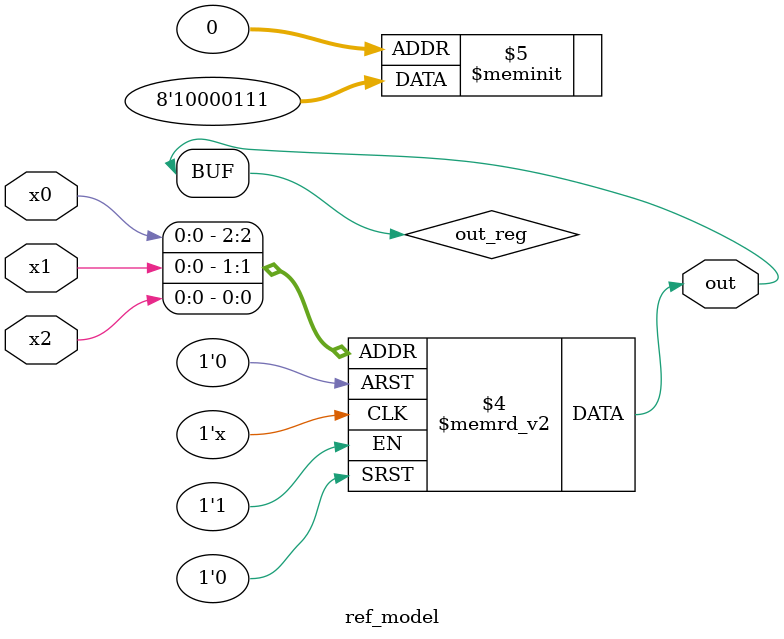
<source format=v>

module ref_model (
    input  x0,
    input  x1,
    input  x2,
    output out
);

    // Behavioral implementation using truth table
    reg out_reg;

    always @(*) begin
        case ({x0, x1, x2})
            3'b000: out_reg = 1'b1;
            3'b001: out_reg = 1'b1;
            3'b010: out_reg = 1'b1;
            3'b011: out_reg = 1'b0;
            3'b100: out_reg = 1'b0;
            3'b101: out_reg = 1'b0;
            3'b110: out_reg = 1'b0;
            3'b111: out_reg = 1'b1;
            default: out_reg = 1'bx;
        endcase
    end

    assign out = out_reg;

endmodule

</source>
